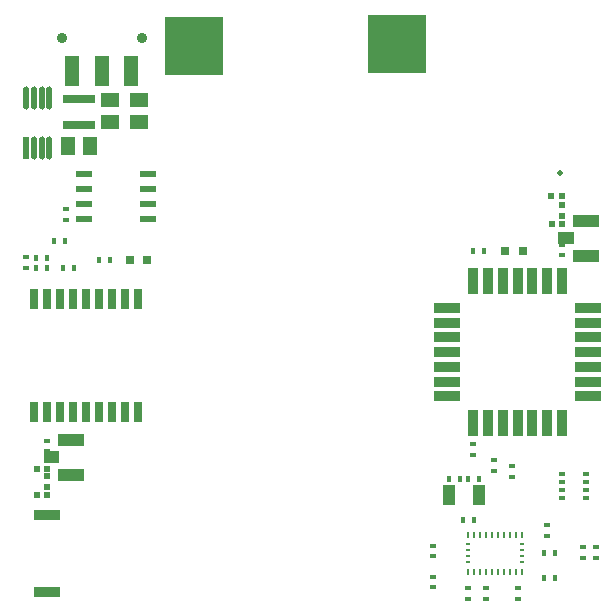
<source format=gbr>
G04*
G04 #@! TF.GenerationSoftware,Altium Limited,Altium Designer,25.5.2 (35)*
G04*
G04 Layer_Color=255*
%FSLAX25Y25*%
%MOIN*%
G70*
G04*
G04 #@! TF.SameCoordinates,0BB90384-501E-406B-A6C2-AE9EDDEAC3CB*
G04*
G04*
G04 #@! TF.FilePolarity,Positive*
G04*
G01*
G75*
%ADD19R,0.04724X0.09843*%
%ADD20R,0.02031X0.07694*%
G04:AMPARAMS|DCode=21|XSize=76.94mil|YSize=20.31mil|CornerRadius=10.15mil|HoleSize=0mil|Usage=FLASHONLY|Rotation=90.000|XOffset=0mil|YOffset=0mil|HoleType=Round|Shape=RoundedRectangle|*
%AMROUNDEDRECTD21*
21,1,0.07694,0.00000,0,0,90.0*
21,1,0.05664,0.02031,0,0,90.0*
1,1,0.02031,0.00000,0.02832*
1,1,0.02031,0.00000,-0.02832*
1,1,0.02031,0.00000,-0.02832*
1,1,0.02031,0.00000,0.02832*
%
%ADD21ROUNDEDRECTD21*%
%ADD22R,0.02254X0.01438*%
%ADD23R,0.01968X0.01378*%
%ADD24R,0.01000X0.01900*%
%ADD25R,0.01438X0.02254*%
%ADD26R,0.05118X0.06299*%
%ADD27R,0.05750X0.02200*%
%ADD28R,0.03543X0.09055*%
%ADD29R,0.01500X0.01000*%
%ADD30R,0.08661X0.04134*%
%ADD31R,0.19685X0.19685*%
%ADD32R,0.03150X0.03150*%
%ADD33R,0.06299X0.05118*%
G04:AMPARAMS|DCode=34|XSize=21.65mil|YSize=19.68mil|CornerRadius=2.46mil|HoleSize=0mil|Usage=FLASHONLY|Rotation=270.000|XOffset=0mil|YOffset=0mil|HoleType=Round|Shape=RoundedRectangle|*
%AMROUNDEDRECTD34*
21,1,0.02165,0.01476,0,0,270.0*
21,1,0.01673,0.01968,0,0,270.0*
1,1,0.00492,-0.00738,-0.00837*
1,1,0.00492,-0.00738,0.00837*
1,1,0.00492,0.00738,0.00837*
1,1,0.00492,0.00738,-0.00837*
%
%ADD34ROUNDEDRECTD34*%
%ADD35R,0.09055X0.03543*%
%ADD36R,0.19685X0.19685*%
%ADD37R,0.08503X0.03791*%
%ADD38R,0.01968X0.03937*%
%ADD39R,0.03937X0.03937*%
%ADD40R,0.04134X0.03937*%
G04:AMPARAMS|DCode=41|XSize=21.65mil|YSize=19.68mil|CornerRadius=2.46mil|HoleSize=0mil|Usage=FLASHONLY|Rotation=0.000|XOffset=0mil|YOffset=0mil|HoleType=Round|Shape=RoundedRectangle|*
%AMROUNDEDRECTD41*
21,1,0.02165,0.01476,0,0,0.0*
21,1,0.01673,0.01968,0,0,0.0*
1,1,0.00492,0.00837,-0.00738*
1,1,0.00492,-0.00837,-0.00738*
1,1,0.00492,-0.00837,0.00738*
1,1,0.00492,0.00837,0.00738*
%
%ADD41ROUNDEDRECTD41*%
%ADD42R,0.03950X0.07100*%
%ADD43R,0.10630X0.03150*%
%ADD46R,0.03150X0.07087*%
%ADD49R,0.02756X0.07087*%
%ADD59C,0.03543*%
%ADD63C,0.02000*%
D19*
X17772Y177773D02*
D03*
X27614D02*
D03*
X37457D02*
D03*
D20*
X2461Y151934D02*
D03*
D21*
X5020D02*
D03*
X7579D02*
D03*
X10138D02*
D03*
Y168866D02*
D03*
X7579D02*
D03*
X5020D02*
D03*
X2461D02*
D03*
D22*
X166339Y5225D02*
D03*
Y1650D02*
D03*
X176181Y22819D02*
D03*
X158465Y48047D02*
D03*
X164370Y46079D02*
D03*
X151500Y53287D02*
D03*
X192520Y15535D02*
D03*
X188189D02*
D03*
X15748Y128134D02*
D03*
X138031Y19487D02*
D03*
X155700Y5225D02*
D03*
Y1650D02*
D03*
X188189Y19110D02*
D03*
X192520D02*
D03*
X151500Y49713D02*
D03*
X15748Y131709D02*
D03*
X138031Y5576D02*
D03*
X149800Y1650D02*
D03*
X2400Y115587D02*
D03*
X158465Y44472D02*
D03*
X138031Y15913D02*
D03*
Y9150D02*
D03*
X176181Y26394D02*
D03*
X164370Y42504D02*
D03*
X9400Y54487D02*
D03*
Y50913D02*
D03*
X181000Y119787D02*
D03*
Y116213D02*
D03*
X2400Y112013D02*
D03*
X149800Y5225D02*
D03*
D23*
X189075Y43209D02*
D03*
Y40650D02*
D03*
Y35531D02*
D03*
X181004D02*
D03*
X189075Y38091D02*
D03*
X181004Y43209D02*
D03*
Y38091D02*
D03*
Y40650D02*
D03*
D24*
X151826Y23100D02*
D03*
X167574D02*
D03*
X159700Y10800D02*
D03*
X149857D02*
D03*
X151826D02*
D03*
X153794D02*
D03*
X155763D02*
D03*
X161668D02*
D03*
X163637D02*
D03*
X167574D02*
D03*
X165605Y23100D02*
D03*
X163637D02*
D03*
X161668D02*
D03*
X159700D02*
D03*
X155763D02*
D03*
X153794D02*
D03*
X149857D02*
D03*
X157731D02*
D03*
Y10800D02*
D03*
X165605D02*
D03*
D25*
X151787Y27953D02*
D03*
X178772Y16900D02*
D03*
X11730Y121000D02*
D03*
X9287Y115500D02*
D03*
X14713Y112100D02*
D03*
X9287D02*
D03*
X175197Y16900D02*
D03*
X5713Y112100D02*
D03*
Y115500D02*
D03*
X147063Y41732D02*
D03*
X148213Y27953D02*
D03*
X149787Y41732D02*
D03*
X178772Y8858D02*
D03*
X15305Y121000D02*
D03*
X143488Y41732D02*
D03*
X155087Y117700D02*
D03*
X151513D02*
D03*
X153362Y41732D02*
D03*
X26713Y114600D02*
D03*
X30287D02*
D03*
X18287Y112100D02*
D03*
X175197Y8858D02*
D03*
D26*
X16360Y152700D02*
D03*
X23840D02*
D03*
D27*
X21755Y128327D02*
D03*
X43205Y143327D02*
D03*
Y128327D02*
D03*
X21755Y143327D02*
D03*
X43205Y138327D02*
D03*
X21755Y133327D02*
D03*
Y138327D02*
D03*
X43205Y133327D02*
D03*
D28*
X151472Y60356D02*
D03*
X181000D02*
D03*
X156393D02*
D03*
X176079Y107600D02*
D03*
X171157Y60356D02*
D03*
X161315D02*
D03*
X171157Y107600D02*
D03*
X166236Y60356D02*
D03*
X176079D02*
D03*
X181000Y107600D02*
D03*
X166236D02*
D03*
X161315D02*
D03*
X156393D02*
D03*
X151472D02*
D03*
D29*
X149616Y17934D02*
D03*
Y15966D02*
D03*
Y13997D02*
D03*
X167816D02*
D03*
Y15966D02*
D03*
Y17934D02*
D03*
X149616Y19903D02*
D03*
X167816D02*
D03*
D30*
X189041Y116093D02*
D03*
Y127707D02*
D03*
X17400Y54807D02*
D03*
Y43193D02*
D03*
D31*
X58430Y186183D02*
D03*
D32*
X42815Y114665D02*
D03*
X168053Y117700D02*
D03*
X36909Y114665D02*
D03*
X162147Y117700D02*
D03*
D33*
X30512Y168110D02*
D03*
X39900Y160630D02*
D03*
X30512D02*
D03*
X39900Y168110D02*
D03*
D34*
X177628Y126600D02*
D03*
X177528Y136100D02*
D03*
X5928Y45200D02*
D03*
Y36300D02*
D03*
X9472D02*
D03*
X181172Y126600D02*
D03*
X181072Y136100D02*
D03*
X9472Y45200D02*
D03*
D35*
X189858Y98742D02*
D03*
X142614D02*
D03*
X189858Y83978D02*
D03*
Y69214D02*
D03*
Y79057D02*
D03*
X142614Y83978D02*
D03*
X189858Y74135D02*
D03*
Y93821D02*
D03*
Y88899D02*
D03*
X142614Y74135D02*
D03*
Y93821D02*
D03*
Y88899D02*
D03*
Y79057D02*
D03*
Y69214D02*
D03*
D36*
X126170Y186620D02*
D03*
D37*
X9299Y4100D02*
D03*
Y29790D02*
D03*
D38*
X9252Y49016D02*
D03*
D39*
X181843Y121890D02*
D03*
D40*
X183037Y121900D02*
D03*
X11396Y49000D02*
D03*
D41*
X9500Y39128D02*
D03*
Y42672D02*
D03*
X181100Y133072D02*
D03*
Y129528D02*
D03*
D42*
X153350Y36220D02*
D03*
X143500D02*
D03*
D43*
X20000Y159838D02*
D03*
Y168500D02*
D03*
D46*
X13709Y101602D02*
D03*
X9378D02*
D03*
X13709Y64201D02*
D03*
X31032Y101602D02*
D03*
X35362D02*
D03*
Y64201D02*
D03*
X31032D02*
D03*
X26701D02*
D03*
X22370D02*
D03*
X18039D02*
D03*
X9378D02*
D03*
X18039Y101602D02*
D03*
X22370D02*
D03*
X26701D02*
D03*
D49*
X5047Y64201D02*
D03*
X39693Y101602D02*
D03*
Y64201D02*
D03*
X5047Y101602D02*
D03*
D59*
X14228Y188600D02*
D03*
X41000D02*
D03*
D63*
X180400Y143800D02*
D03*
M02*

</source>
